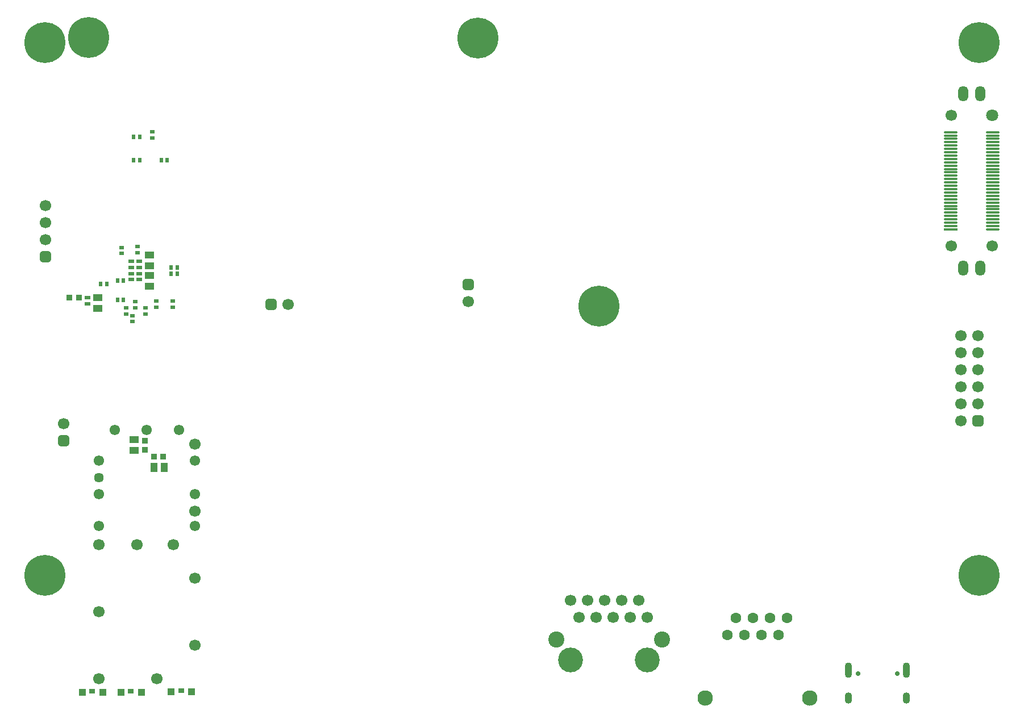
<source format=gbs>
G04*
G04 #@! TF.GenerationSoftware,Altium Limited,Altium Designer,25.2.1 (25)*
G04*
G04 Layer_Color=16711935*
%FSLAX44Y44*%
%MOMM*%
G71*
G04*
G04 #@! TF.SameCoordinates,A23D3B39-E9B1-4969-97C3-F5C5B3B73B29*
G04*
G04*
G04 #@! TF.FilePolarity,Negative*
G04*
G01*
G75*
G04:AMPARAMS|DCode=83|XSize=0.69mm|YSize=0.59mm|CornerRadius=0.095mm|HoleSize=0mm|Usage=FLASHONLY|Rotation=180.000|XOffset=0mm|YOffset=0mm|HoleType=Round|Shape=RoundedRectangle|*
%AMROUNDEDRECTD83*
21,1,0.6900,0.4000,0,0,180.0*
21,1,0.5000,0.5900,0,0,180.0*
1,1,0.1900,-0.2500,0.2000*
1,1,0.1900,0.2500,0.2000*
1,1,0.1900,0.2500,-0.2000*
1,1,0.1900,-0.2500,-0.2000*
%
%ADD83ROUNDEDRECTD83*%
G04:AMPARAMS|DCode=90|XSize=0.58mm|YSize=0.68mm|CornerRadius=0.09mm|HoleSize=0mm|Usage=FLASHONLY|Rotation=0.000|XOffset=0mm|YOffset=0mm|HoleType=Round|Shape=RoundedRectangle|*
%AMROUNDEDRECTD90*
21,1,0.5800,0.5000,0,0,0.0*
21,1,0.4000,0.6800,0,0,0.0*
1,1,0.1800,0.2000,-0.2500*
1,1,0.1800,-0.2000,-0.2500*
1,1,0.1800,-0.2000,0.2500*
1,1,0.1800,0.2000,0.2500*
%
%ADD90ROUNDEDRECTD90*%
%ADD91R,1.4500X1.0500*%
%ADD92R,1.0500X1.4500*%
G04:AMPARAMS|DCode=93|XSize=0.58mm|YSize=0.68mm|CornerRadius=0.09mm|HoleSize=0mm|Usage=FLASHONLY|Rotation=90.000|XOffset=0mm|YOffset=0mm|HoleType=Round|Shape=RoundedRectangle|*
%AMROUNDEDRECTD93*
21,1,0.5800,0.5000,0,0,90.0*
21,1,0.4000,0.6800,0,0,90.0*
1,1,0.1800,0.2500,0.2000*
1,1,0.1800,0.2500,-0.2000*
1,1,0.1800,-0.2500,-0.2000*
1,1,0.1800,-0.2500,0.2000*
%
%ADD93ROUNDEDRECTD93*%
%ADD97R,0.8800X0.5800*%
%ADD140C,1.6000*%
%ADD141C,0.1000*%
%ADD142C,2.3000*%
%ADD143O,1.5000X2.3000*%
%ADD144C,1.7000*%
%ADD145C,1.8000*%
G04:AMPARAMS|DCode=146|XSize=1.7mm|YSize=1.7mm|CornerRadius=0.45mm|HoleSize=0mm|Usage=FLASHONLY|Rotation=90.000|XOffset=0mm|YOffset=0mm|HoleType=Round|Shape=RoundedRectangle|*
%AMROUNDEDRECTD146*
21,1,1.7000,0.8000,0,0,90.0*
21,1,0.8000,1.7000,0,0,90.0*
1,1,0.9000,0.4000,0.4000*
1,1,0.9000,0.4000,-0.4000*
1,1,0.9000,-0.4000,-0.4000*
1,1,0.9000,-0.4000,0.4000*
%
%ADD146ROUNDEDRECTD146*%
%ADD147R,0.1000X0.1000*%
%ADD148C,6.1000*%
%ADD149C,1.5500*%
%ADD150C,1.4500*%
%ADD151C,0.1500*%
G04:AMPARAMS|DCode=152|XSize=1.7mm|YSize=1.7mm|CornerRadius=0.45mm|HoleSize=0mm|Usage=FLASHONLY|Rotation=180.000|XOffset=0mm|YOffset=0mm|HoleType=Round|Shape=RoundedRectangle|*
%AMROUNDEDRECTD152*
21,1,1.7000,0.8000,0,0,180.0*
21,1,0.8000,1.7000,0,0,180.0*
1,1,0.9000,-0.4000,0.4000*
1,1,0.9000,0.4000,0.4000*
1,1,0.9000,0.4000,-0.4000*
1,1,0.9000,-0.4000,-0.4000*
%
%ADD152ROUNDEDRECTD152*%
%ADD153C,3.7000*%
%ADD154C,2.4000*%
%ADD155O,1.1000X2.3000*%
%ADD156O,1.1000X1.7000*%
%ADD157C,0.7000*%
%ADD189O,2.0000X0.4000*%
%ADD190R,2.0000X0.4000*%
%ADD191R,0.9000X0.9500*%
%ADD192R,0.9500X0.9000*%
%ADD193R,1.1000X1.0000*%
%ADD194R,0.9000X0.7000*%
D83*
X175250Y603050D02*
D03*
Y594050D02*
D03*
X185316Y582369D02*
D03*
Y591369D02*
D03*
X204250Y603050D02*
D03*
Y594050D02*
D03*
D90*
X146800Y638550D02*
D03*
X137700D02*
D03*
X162700Y643550D02*
D03*
X171800D02*
D03*
X227700Y823000D02*
D03*
X236800D02*
D03*
X186700D02*
D03*
X195800D02*
D03*
X186700Y858000D02*
D03*
X195800D02*
D03*
X242700Y653550D02*
D03*
X251800D02*
D03*
X171800Y614550D02*
D03*
X162700D02*
D03*
X242700Y663550D02*
D03*
X251800D02*
D03*
D91*
X210250Y665550D02*
D03*
Y681550D02*
D03*
Y651550D02*
D03*
Y635550D02*
D03*
X187500Y390250D02*
D03*
Y406250D02*
D03*
X133250Y602550D02*
D03*
Y618550D02*
D03*
D92*
X216750Y365500D02*
D03*
X232750D02*
D03*
D93*
X245250Y604000D02*
D03*
Y613100D02*
D03*
X220250Y604000D02*
D03*
Y613100D02*
D03*
X192250Y694100D02*
D03*
Y685000D02*
D03*
X169250Y693100D02*
D03*
Y684000D02*
D03*
X214250Y865550D02*
D03*
Y856450D02*
D03*
X189250Y612100D02*
D03*
Y603000D02*
D03*
D97*
X118250Y609000D02*
D03*
Y618100D02*
D03*
X195250Y672100D02*
D03*
Y663000D02*
D03*
X183250Y645000D02*
D03*
Y654100D02*
D03*
X195250Y645000D02*
D03*
Y654100D02*
D03*
X183250Y672100D02*
D03*
Y663000D02*
D03*
D140*
X1160700Y140700D02*
D03*
X1135300Y140700D02*
D03*
X1148000Y115300D02*
D03*
X1122600D02*
D03*
X1097200D02*
D03*
X1109900Y140700D02*
D03*
X1071800Y115300D02*
D03*
X1084500Y140700D02*
D03*
D141*
X1173400Y51800D02*
D03*
X1059100D02*
D03*
X1370250Y1030000D02*
D03*
Y1000000D02*
D03*
X158500Y359000D02*
D03*
X254500D02*
D03*
X534150Y171000D02*
D03*
X677150D02*
D03*
X347150D02*
D03*
X490150D02*
D03*
D142*
X1194250Y21300D02*
D03*
X1038250D02*
D03*
D143*
X1422500Y662500D02*
D03*
X1448500D02*
D03*
X1422500Y922500D02*
D03*
X1448500D02*
D03*
D144*
X1405000Y695000D02*
D03*
X1466000D02*
D03*
X1405000Y890000D02*
D03*
X416700Y608000D02*
D03*
X221050Y50000D02*
D03*
X246050Y250000D02*
D03*
X277750Y200000D02*
D03*
Y300000D02*
D03*
Y400000D02*
D03*
Y100000D02*
D03*
X135250Y50000D02*
D03*
Y250000D02*
D03*
Y150000D02*
D03*
X192050Y250000D02*
D03*
X55250Y730200D02*
D03*
Y704800D02*
D03*
Y755600D02*
D03*
X82250Y430700D02*
D03*
X837950Y166900D02*
D03*
X863350D02*
D03*
X888750D02*
D03*
X914150D02*
D03*
X939550D02*
D03*
X850650Y141500D02*
D03*
X876050D02*
D03*
X901450D02*
D03*
X926850D02*
D03*
X952250D02*
D03*
X1419500Y561200D02*
D03*
Y535800D02*
D03*
Y510400D02*
D03*
Y485000D02*
D03*
Y459600D02*
D03*
Y434200D02*
D03*
X1444900Y561200D02*
D03*
Y485000D02*
D03*
Y535800D02*
D03*
Y459600D02*
D03*
Y510400D02*
D03*
X685250Y612300D02*
D03*
D145*
X1466000Y890000D02*
D03*
D146*
X391300Y608000D02*
D03*
D147*
X600250Y760000D02*
D03*
Y1010000D02*
D03*
X1180250Y760000D02*
D03*
Y1010000D02*
D03*
D148*
X879750Y605250D02*
D03*
X119578Y1005715D02*
D03*
X699373Y1005467D02*
D03*
X54500Y203965D02*
D03*
X1446500D02*
D03*
X54500Y998465D02*
D03*
X1446500D02*
D03*
D149*
X206500Y421000D02*
D03*
X254500D02*
D03*
X277750Y278000D02*
D03*
Y325000D02*
D03*
Y375000D02*
D03*
X135250Y278000D02*
D03*
Y325000D02*
D03*
Y375000D02*
D03*
X158500Y421000D02*
D03*
D150*
X135250Y350000D02*
D03*
D151*
X1162250Y505210D02*
D03*
X1162250Y705210D02*
D03*
X54500Y10750D02*
D03*
Y28750D02*
D03*
D152*
X55250Y679400D02*
D03*
X82250Y405300D02*
D03*
X1444900Y434200D02*
D03*
X685250Y637700D02*
D03*
D153*
X837950Y78000D02*
D03*
X952250D02*
D03*
D154*
X816360Y108480D02*
D03*
X973840D02*
D03*
D155*
X1251999Y62699D02*
D03*
X1338501D02*
D03*
D156*
X1251999Y21000D02*
D03*
X1338501D02*
D03*
D157*
X1266350Y57500D02*
D03*
X1324150D02*
D03*
D189*
X1467000Y720000D02*
D03*
Y725000D02*
D03*
Y730000D02*
D03*
Y735000D02*
D03*
Y740000D02*
D03*
Y745000D02*
D03*
Y750000D02*
D03*
Y755000D02*
D03*
Y760000D02*
D03*
Y765000D02*
D03*
Y770000D02*
D03*
Y775000D02*
D03*
Y780000D02*
D03*
Y785000D02*
D03*
Y790000D02*
D03*
Y795000D02*
D03*
Y800000D02*
D03*
Y805000D02*
D03*
Y810000D02*
D03*
Y815000D02*
D03*
Y820000D02*
D03*
Y825000D02*
D03*
Y830000D02*
D03*
Y835000D02*
D03*
Y840000D02*
D03*
Y845000D02*
D03*
Y850000D02*
D03*
Y855000D02*
D03*
Y860000D02*
D03*
Y865000D02*
D03*
X1404000D02*
D03*
Y860000D02*
D03*
Y855000D02*
D03*
Y850000D02*
D03*
Y845000D02*
D03*
Y840000D02*
D03*
Y835000D02*
D03*
Y830000D02*
D03*
Y825000D02*
D03*
Y820000D02*
D03*
Y815000D02*
D03*
Y810000D02*
D03*
Y805000D02*
D03*
Y800000D02*
D03*
Y795000D02*
D03*
Y790000D02*
D03*
Y785000D02*
D03*
Y780000D02*
D03*
Y775000D02*
D03*
Y770000D02*
D03*
Y765000D02*
D03*
Y760000D02*
D03*
Y755000D02*
D03*
Y750000D02*
D03*
Y745000D02*
D03*
Y740000D02*
D03*
Y735000D02*
D03*
Y730000D02*
D03*
Y725000D02*
D03*
D190*
Y720000D02*
D03*
D191*
X91250Y618550D02*
D03*
X105250D02*
D03*
X216750Y381250D02*
D03*
X230750D02*
D03*
D192*
X203500Y391000D02*
D03*
Y405000D02*
D03*
D193*
X110250Y30000D02*
D03*
X140750D02*
D03*
X167750D02*
D03*
X198250D02*
D03*
X242750Y31000D02*
D03*
X273250D02*
D03*
D194*
X125250Y31500D02*
D03*
X182750D02*
D03*
X257750Y32500D02*
D03*
M02*

</source>
